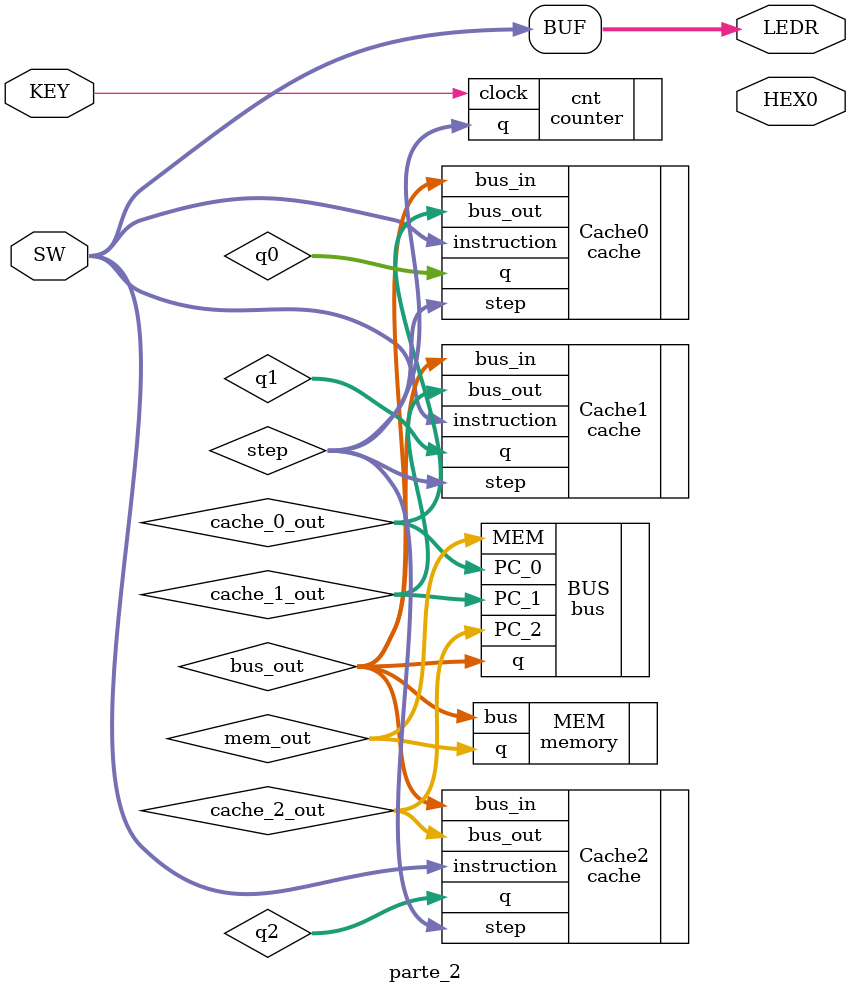
<source format=v>
module parte_2(KEY, SW, LEDR, HEX0);

  input [0:0] KEY;
  input [17:9] SW;
  output [0:6] HEX0;
  output [17:9] LEDR;

  // intruction => op [1] | proc [2] | tag [2] | value [4] = 9 bits

  localparam [1:0] PC_0 = 0, PC_1 = 1, PC_2 = 2;
  localparam RM = 1, RH = 2, WB = 3;

  wire [1:0] step;
  wire [7:0] cache_0_out, cache_1_out, cache_2_out, mem_out, bus_out;
  wire [7:0] q0, q1, q2;

  counter cnt (
    .clock(KEY[0]),
    .q(step)
  );

  cache #(
    .NAME(PC_0), .FILE("C:/altera/LAOCII/Pratica_04/parte_2/cache_0.mem"),
    .RM(RM), .RH(RH), .WB(WB)
    ) Cache0 (
    .step(step),
    .instruction(SW),
    .bus_in(bus_out),
    .bus_out(cache_0_out),
    .q(q0)
  );

  cache #(
    .NAME(PC_1), .FILE("C:/altera/LAOCII/Pratica_04/parte_2/cache_1.mem"),
    .RM(RM), .RH(RH), .WB(WB)
    ) Cache1 (
    .step(step),
    .instruction(SW),
    .bus_in(bus_out),
    .bus_out(cache_1_out),
    .q(q1)
  );

  cache #(
    .NAME(PC_2), .FILE("C:/altera/LAOCII/Pratica_04/parte_2/cache_2.mem"),
    .RM(RM), .RH(RH), .WB(WB)
    ) Cache2 (
    .step(step),
    .instruction(SW),
    .bus_in(bus_out),
    .bus_out(cache_2_out),
    .q(q2)
  );


  memory #(
    .FILE("C:/altera/LAOCII/Pratica_04/parte_2/mem.mem"),
    .RM(RM),
    .WB(WB)
  ) MEM (
    .bus(bus_out),
    .q(mem_out)
  );

  bus #(
    .RH(RH)
  ) BUS (
    .PC_0(cache_0_out),
    .PC_1(cache_1_out),
    .PC_2(cache_2_out),
    .MEM(mem_out),
    .q(bus_out)
  );

  assign LEDR = SW;

endmodule

</source>
